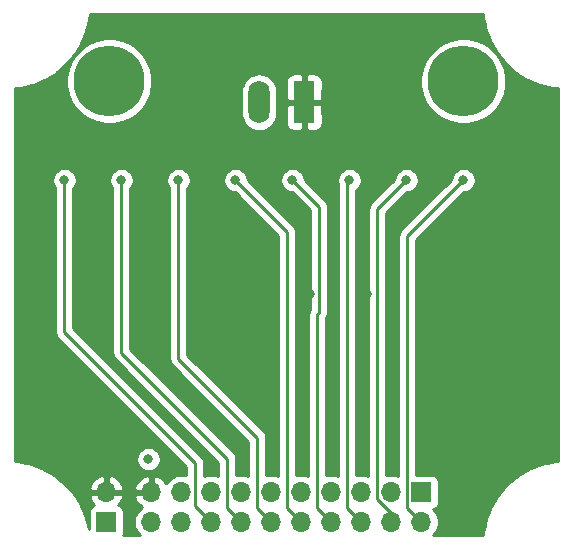
<source format=gbr>
%TF.GenerationSoftware,KiCad,Pcbnew,(5.1.6)-1*%
%TF.CreationDate,2020-12-06T15:26:43+11:00*%
%TF.ProjectId,mc13clkioout,6d633133-636c-46b6-996f-6f75742e6b69,rev?*%
%TF.SameCoordinates,Original*%
%TF.FileFunction,Copper,L2,Bot*%
%TF.FilePolarity,Positive*%
%FSLAX46Y46*%
G04 Gerber Fmt 4.6, Leading zero omitted, Abs format (unit mm)*
G04 Created by KiCad (PCBNEW (5.1.6)-1) date 2020-12-06 15:26:43*
%MOMM*%
%LPD*%
G01*
G04 APERTURE LIST*
%TA.AperFunction,ComponentPad*%
%ADD10R,1.700000X1.700000*%
%TD*%
%TA.AperFunction,ComponentPad*%
%ADD11O,1.700000X1.700000*%
%TD*%
%TA.AperFunction,ComponentPad*%
%ADD12C,6.000000*%
%TD*%
%TA.AperFunction,ComponentPad*%
%ADD13C,0.800000*%
%TD*%
%TA.AperFunction,ComponentPad*%
%ADD14R,1.800000X3.600000*%
%TD*%
%TA.AperFunction,ComponentPad*%
%ADD15O,1.800000X3.600000*%
%TD*%
%TA.AperFunction,ViaPad*%
%ADD16C,0.800000*%
%TD*%
%TA.AperFunction,Conductor*%
%ADD17C,0.250000*%
%TD*%
%TA.AperFunction,Conductor*%
%ADD18C,0.254000*%
%TD*%
G04 APERTURE END LIST*
D10*
%TO.P,J1,1*%
%TO.N,/Output1*%
X146304000Y-131064000D03*
D11*
%TO.P,J1,2*%
%TO.N,/Input1*%
X146304000Y-133604000D03*
%TO.P,J1,3*%
%TO.N,/Output2*%
X143764000Y-131064000D03*
%TO.P,J1,4*%
%TO.N,/Input2*%
X143764000Y-133604000D03*
%TO.P,J1,5*%
%TO.N,/Output3*%
X141224000Y-131064000D03*
%TO.P,J1,6*%
%TO.N,/Input3*%
X141224000Y-133604000D03*
%TO.P,J1,7*%
%TO.N,/Output4*%
X138684000Y-131064000D03*
%TO.P,J1,8*%
%TO.N,/Input4*%
X138684000Y-133604000D03*
%TO.P,J1,9*%
%TO.N,/Output5*%
X136144000Y-131064000D03*
%TO.P,J1,10*%
%TO.N,/Input5*%
X136144000Y-133604000D03*
%TO.P,J1,11*%
%TO.N,/Output6*%
X133604000Y-131064000D03*
%TO.P,J1,12*%
%TO.N,/Input6*%
X133604000Y-133604000D03*
%TO.P,J1,13*%
%TO.N,/Output7*%
X131064000Y-131064000D03*
%TO.P,J1,14*%
%TO.N,/Input7*%
X131064000Y-133604000D03*
%TO.P,J1,15*%
%TO.N,/Output8*%
X128524000Y-131064000D03*
%TO.P,J1,16*%
%TO.N,/Input8*%
X128524000Y-133604000D03*
%TO.P,J1,17*%
%TO.N,GND*%
X125984000Y-131064000D03*
%TO.P,J1,18*%
X125984000Y-133604000D03*
%TO.P,J1,19*%
%TO.N,VCC*%
X123444000Y-131064000D03*
%TO.P,J1,20*%
%TO.N,VBUS*%
X123444000Y-133604000D03*
%TD*%
D12*
%TO.P,H2,1*%
%TO.N,GND*%
X149860000Y-96266000D03*
D13*
X152110000Y-96266000D03*
X151450990Y-97856990D03*
X149860000Y-98516000D03*
X148269010Y-97856990D03*
X147610000Y-96266000D03*
X148269010Y-94675010D03*
X149860000Y-94016000D03*
X151450990Y-94675010D03*
%TD*%
D12*
%TO.P,H1,1*%
%TO.N,GND*%
X119888000Y-96266000D03*
D13*
X122138000Y-96266000D03*
X121478990Y-97856990D03*
X119888000Y-98516000D03*
X118297010Y-97856990D03*
X117638000Y-96266000D03*
X118297010Y-94675010D03*
X119888000Y-94016000D03*
X121478990Y-94675010D03*
%TD*%
D10*
%TO.P,J3,1*%
%TO.N,VBUS*%
X119634000Y-133604000D03*
D11*
%TO.P,J3,2*%
%TO.N,VCC*%
X119634000Y-131064000D03*
%TD*%
D14*
%TO.P,J2,1*%
%TO.N,VCC*%
X136398000Y-98044000D03*
D15*
%TO.P,J2,2*%
%TO.N,GND*%
X132588000Y-98044000D03*
%TD*%
D16*
%TO.N,VCC*%
X122428000Y-114300000D03*
X151384000Y-114300000D03*
X146558000Y-114300000D03*
X141732000Y-114300000D03*
X136906000Y-114300000D03*
X132080000Y-114300000D03*
X127254000Y-114300000D03*
X117602000Y-114300000D03*
X140970000Y-98044000D03*
%TO.N,GND*%
X123190000Y-128270000D03*
%TO.N,/Input8*%
X116078000Y-104648000D03*
%TO.N,/Input7*%
X120904000Y-104648000D03*
%TO.N,/Input6*%
X125730000Y-104648000D03*
%TO.N,/Input5*%
X130556000Y-104648000D03*
%TO.N,/Input4*%
X135382000Y-104648000D03*
%TO.N,/Input3*%
X140208000Y-104648000D03*
%TO.N,/Input2*%
X145034000Y-104648000D03*
%TO.N,/Input1*%
X149860000Y-104648000D03*
%TD*%
D17*
%TO.N,/Input8*%
X127159001Y-128596409D02*
X116078000Y-117515408D01*
X116078000Y-117515408D02*
X116078000Y-104648000D01*
X127159001Y-132239001D02*
X127159001Y-128596409D01*
X128524000Y-133604000D02*
X127159001Y-132239001D01*
%TO.N,/Input7*%
X129888999Y-128239409D02*
X120904000Y-119254410D01*
X129888999Y-132428999D02*
X129888999Y-128239409D01*
X120904000Y-119254410D02*
X120904000Y-104648000D01*
X131064000Y-133604000D02*
X129888999Y-132428999D01*
%TO.N,/Input6*%
X125730000Y-119762410D02*
X125730000Y-104648000D01*
X132428999Y-132428999D02*
X132428999Y-126461409D01*
X132428999Y-126461409D02*
X125730000Y-119762410D01*
X133604000Y-133604000D02*
X132428999Y-132428999D01*
%TO.N,/Input5*%
X134931990Y-109023990D02*
X130556000Y-104648000D01*
X134931990Y-132391990D02*
X134931990Y-109023990D01*
X136144000Y-133604000D02*
X134931990Y-132391990D01*
%TO.N,/Input4*%
X137508999Y-132428999D02*
X137508999Y-115983001D01*
X138684000Y-133604000D02*
X137508999Y-132428999D01*
X137631001Y-115860999D02*
X137631001Y-106897001D01*
X137631001Y-106897001D02*
X135382000Y-104648000D01*
X137508999Y-115983001D02*
X137631001Y-115860999D01*
%TO.N,/Input3*%
X140048999Y-104807001D02*
X140208000Y-104648000D01*
X140048999Y-132428999D02*
X140048999Y-104807001D01*
X141224000Y-133604000D02*
X140048999Y-132428999D01*
%TO.N,/Input2*%
X142588999Y-107093001D02*
X145034000Y-104648000D01*
X142588999Y-131628001D02*
X142588999Y-107093001D01*
X143764000Y-132803002D02*
X142588999Y-131628001D01*
X143764000Y-133604000D02*
X143764000Y-132803002D01*
%TO.N,/Input1*%
X145128999Y-109379001D02*
X149860000Y-104648000D01*
X145128999Y-132428999D02*
X145128999Y-109379001D01*
X146304000Y-133604000D02*
X145128999Y-132428999D01*
%TD*%
D18*
%TO.N,VCC*%
G36*
X151566214Y-90961142D02*
G01*
X151582415Y-91063433D01*
X151815027Y-92032329D01*
X151815027Y-92032332D01*
X151847031Y-92130829D01*
X152228349Y-93051410D01*
X152228349Y-93051411D01*
X152275366Y-93143689D01*
X152795999Y-93993284D01*
X152796000Y-93993285D01*
X152856874Y-94077072D01*
X153504004Y-94834764D01*
X153577236Y-94907996D01*
X154334927Y-95555125D01*
X154334928Y-95555126D01*
X154418715Y-95616001D01*
X155268311Y-96136634D01*
X155360590Y-96183652D01*
X155360597Y-96183654D01*
X156281171Y-96564969D01*
X156379668Y-96596973D01*
X157348567Y-96829585D01*
X157450858Y-96845786D01*
X157836001Y-96876097D01*
X157836000Y-128421903D01*
X157450858Y-128452214D01*
X157348567Y-128468415D01*
X156379668Y-128701027D01*
X156281171Y-128733031D01*
X155360597Y-129114346D01*
X155360590Y-129114348D01*
X155268311Y-129161366D01*
X154418715Y-129681999D01*
X154334928Y-129742874D01*
X153577236Y-130390004D01*
X153504004Y-130463236D01*
X152856874Y-131220928D01*
X152796000Y-131304715D01*
X152275366Y-132154311D01*
X152243183Y-132217475D01*
X152228349Y-132246589D01*
X151847031Y-133167171D01*
X151815027Y-133265669D01*
X151582415Y-134234567D01*
X151566214Y-134336858D01*
X151535903Y-134722000D01*
X147286107Y-134722000D01*
X147457475Y-134550632D01*
X147619990Y-134307411D01*
X147731932Y-134037158D01*
X147789000Y-133750260D01*
X147789000Y-133457740D01*
X147731932Y-133170842D01*
X147619990Y-132900589D01*
X147457475Y-132657368D01*
X147325620Y-132525513D01*
X147398180Y-132503502D01*
X147508494Y-132444537D01*
X147605185Y-132365185D01*
X147684537Y-132268494D01*
X147743502Y-132158180D01*
X147779812Y-132038482D01*
X147792072Y-131914000D01*
X147792072Y-130214000D01*
X147779812Y-130089518D01*
X147743502Y-129969820D01*
X147684537Y-129859506D01*
X147605185Y-129762815D01*
X147508494Y-129683463D01*
X147398180Y-129624498D01*
X147278482Y-129588188D01*
X147154000Y-129575928D01*
X145888999Y-129575928D01*
X145888999Y-109693802D01*
X149899802Y-105683000D01*
X149961939Y-105683000D01*
X150161898Y-105643226D01*
X150350256Y-105565205D01*
X150519774Y-105451937D01*
X150663937Y-105307774D01*
X150777205Y-105138256D01*
X150855226Y-104949898D01*
X150895000Y-104749939D01*
X150895000Y-104546061D01*
X150855226Y-104346102D01*
X150777205Y-104157744D01*
X150663937Y-103988226D01*
X150519774Y-103844063D01*
X150350256Y-103730795D01*
X150161898Y-103652774D01*
X149961939Y-103613000D01*
X149758061Y-103613000D01*
X149558102Y-103652774D01*
X149369744Y-103730795D01*
X149200226Y-103844063D01*
X149056063Y-103988226D01*
X148942795Y-104157744D01*
X148864774Y-104346102D01*
X148825000Y-104546061D01*
X148825000Y-104608198D01*
X144617997Y-108815202D01*
X144588999Y-108839000D01*
X144565201Y-108867998D01*
X144565200Y-108867999D01*
X144494025Y-108954725D01*
X144423453Y-109086755D01*
X144379997Y-109230016D01*
X144365323Y-109379001D01*
X144369000Y-109416334D01*
X144368999Y-129707247D01*
X144197158Y-129636068D01*
X143910260Y-129579000D01*
X143617740Y-129579000D01*
X143348999Y-129632456D01*
X143348999Y-107407802D01*
X145073802Y-105683000D01*
X145135939Y-105683000D01*
X145335898Y-105643226D01*
X145524256Y-105565205D01*
X145693774Y-105451937D01*
X145837937Y-105307774D01*
X145951205Y-105138256D01*
X146029226Y-104949898D01*
X146069000Y-104749939D01*
X146069000Y-104546061D01*
X146029226Y-104346102D01*
X145951205Y-104157744D01*
X145837937Y-103988226D01*
X145693774Y-103844063D01*
X145524256Y-103730795D01*
X145335898Y-103652774D01*
X145135939Y-103613000D01*
X144932061Y-103613000D01*
X144732102Y-103652774D01*
X144543744Y-103730795D01*
X144374226Y-103844063D01*
X144230063Y-103988226D01*
X144116795Y-104157744D01*
X144038774Y-104346102D01*
X143999000Y-104546061D01*
X143999000Y-104608198D01*
X142077997Y-106529202D01*
X142048999Y-106553000D01*
X142025201Y-106581998D01*
X142025200Y-106581999D01*
X141954025Y-106668725D01*
X141883453Y-106800755D01*
X141839997Y-106944016D01*
X141825323Y-107093001D01*
X141829000Y-107130334D01*
X141828999Y-129707247D01*
X141657158Y-129636068D01*
X141370260Y-129579000D01*
X141077740Y-129579000D01*
X140808999Y-129632456D01*
X140808999Y-105491209D01*
X140867774Y-105451937D01*
X141011937Y-105307774D01*
X141125205Y-105138256D01*
X141203226Y-104949898D01*
X141243000Y-104749939D01*
X141243000Y-104546061D01*
X141203226Y-104346102D01*
X141125205Y-104157744D01*
X141011937Y-103988226D01*
X140867774Y-103844063D01*
X140698256Y-103730795D01*
X140509898Y-103652774D01*
X140309939Y-103613000D01*
X140106061Y-103613000D01*
X139906102Y-103652774D01*
X139717744Y-103730795D01*
X139548226Y-103844063D01*
X139404063Y-103988226D01*
X139290795Y-104157744D01*
X139212774Y-104346102D01*
X139173000Y-104546061D01*
X139173000Y-104749939D01*
X139212774Y-104949898D01*
X139289000Y-105133922D01*
X139288999Y-129707247D01*
X139117158Y-129636068D01*
X138830260Y-129579000D01*
X138537740Y-129579000D01*
X138268999Y-129632456D01*
X138268999Y-116279618D01*
X138336547Y-116153246D01*
X138380004Y-116009985D01*
X138391001Y-115898332D01*
X138391001Y-115898321D01*
X138394677Y-115860999D01*
X138391001Y-115823676D01*
X138391001Y-106934326D01*
X138394677Y-106897001D01*
X138391001Y-106859676D01*
X138391001Y-106859668D01*
X138380004Y-106748015D01*
X138336547Y-106604754D01*
X138265975Y-106472725D01*
X138171002Y-106357000D01*
X138142004Y-106333202D01*
X136417000Y-104608199D01*
X136417000Y-104546061D01*
X136377226Y-104346102D01*
X136299205Y-104157744D01*
X136185937Y-103988226D01*
X136041774Y-103844063D01*
X135872256Y-103730795D01*
X135683898Y-103652774D01*
X135483939Y-103613000D01*
X135280061Y-103613000D01*
X135080102Y-103652774D01*
X134891744Y-103730795D01*
X134722226Y-103844063D01*
X134578063Y-103988226D01*
X134464795Y-104157744D01*
X134386774Y-104346102D01*
X134347000Y-104546061D01*
X134347000Y-104749939D01*
X134386774Y-104949898D01*
X134464795Y-105138256D01*
X134578063Y-105307774D01*
X134722226Y-105451937D01*
X134891744Y-105565205D01*
X135080102Y-105643226D01*
X135280061Y-105683000D01*
X135342199Y-105683000D01*
X136871002Y-107211804D01*
X136871001Y-115564382D01*
X136803453Y-115690755D01*
X136759997Y-115834016D01*
X136745323Y-115983001D01*
X136749000Y-116020334D01*
X136748999Y-129707247D01*
X136577158Y-129636068D01*
X136290260Y-129579000D01*
X135997740Y-129579000D01*
X135710842Y-129636068D01*
X135691990Y-129643877D01*
X135691990Y-109061312D01*
X135695666Y-109023989D01*
X135691990Y-108986666D01*
X135691990Y-108986657D01*
X135680993Y-108875004D01*
X135637536Y-108731743D01*
X135566964Y-108599714D01*
X135553801Y-108583675D01*
X135495789Y-108512986D01*
X135495785Y-108512982D01*
X135471991Y-108483989D01*
X135442998Y-108460195D01*
X131591000Y-104608199D01*
X131591000Y-104546061D01*
X131551226Y-104346102D01*
X131473205Y-104157744D01*
X131359937Y-103988226D01*
X131215774Y-103844063D01*
X131046256Y-103730795D01*
X130857898Y-103652774D01*
X130657939Y-103613000D01*
X130454061Y-103613000D01*
X130254102Y-103652774D01*
X130065744Y-103730795D01*
X129896226Y-103844063D01*
X129752063Y-103988226D01*
X129638795Y-104157744D01*
X129560774Y-104346102D01*
X129521000Y-104546061D01*
X129521000Y-104749939D01*
X129560774Y-104949898D01*
X129638795Y-105138256D01*
X129752063Y-105307774D01*
X129896226Y-105451937D01*
X130065744Y-105565205D01*
X130254102Y-105643226D01*
X130454061Y-105683000D01*
X130516199Y-105683000D01*
X134171991Y-109338794D01*
X134171990Y-129691917D01*
X134037158Y-129636068D01*
X133750260Y-129579000D01*
X133457740Y-129579000D01*
X133188999Y-129632456D01*
X133188999Y-126498731D01*
X133192675Y-126461408D01*
X133188999Y-126424085D01*
X133188999Y-126424076D01*
X133178002Y-126312423D01*
X133134545Y-126169162D01*
X133063973Y-126037133D01*
X132969000Y-125921408D01*
X132940002Y-125897610D01*
X126490000Y-119447609D01*
X126490000Y-105351711D01*
X126533937Y-105307774D01*
X126647205Y-105138256D01*
X126725226Y-104949898D01*
X126765000Y-104749939D01*
X126765000Y-104546061D01*
X126725226Y-104346102D01*
X126647205Y-104157744D01*
X126533937Y-103988226D01*
X126389774Y-103844063D01*
X126220256Y-103730795D01*
X126031898Y-103652774D01*
X125831939Y-103613000D01*
X125628061Y-103613000D01*
X125428102Y-103652774D01*
X125239744Y-103730795D01*
X125070226Y-103844063D01*
X124926063Y-103988226D01*
X124812795Y-104157744D01*
X124734774Y-104346102D01*
X124695000Y-104546061D01*
X124695000Y-104749939D01*
X124734774Y-104949898D01*
X124812795Y-105138256D01*
X124926063Y-105307774D01*
X124970001Y-105351712D01*
X124970000Y-119725088D01*
X124966324Y-119762410D01*
X124970000Y-119799732D01*
X124970000Y-119799742D01*
X124980997Y-119911395D01*
X124995728Y-119959956D01*
X125024454Y-120054656D01*
X125095026Y-120186686D01*
X125134871Y-120235236D01*
X125189999Y-120302411D01*
X125219003Y-120326214D01*
X131669000Y-126776212D01*
X131668999Y-129707247D01*
X131497158Y-129636068D01*
X131210260Y-129579000D01*
X130917740Y-129579000D01*
X130648999Y-129632456D01*
X130648999Y-128276731D01*
X130652675Y-128239408D01*
X130648999Y-128202085D01*
X130648999Y-128202076D01*
X130638002Y-128090423D01*
X130594545Y-127947162D01*
X130523973Y-127815133D01*
X130494930Y-127779744D01*
X130452798Y-127728405D01*
X130452794Y-127728401D01*
X130429000Y-127699408D01*
X130400007Y-127675614D01*
X121664000Y-118939609D01*
X121664000Y-105351711D01*
X121707937Y-105307774D01*
X121821205Y-105138256D01*
X121899226Y-104949898D01*
X121939000Y-104749939D01*
X121939000Y-104546061D01*
X121899226Y-104346102D01*
X121821205Y-104157744D01*
X121707937Y-103988226D01*
X121563774Y-103844063D01*
X121394256Y-103730795D01*
X121205898Y-103652774D01*
X121005939Y-103613000D01*
X120802061Y-103613000D01*
X120602102Y-103652774D01*
X120413744Y-103730795D01*
X120244226Y-103844063D01*
X120100063Y-103988226D01*
X119986795Y-104157744D01*
X119908774Y-104346102D01*
X119869000Y-104546061D01*
X119869000Y-104749939D01*
X119908774Y-104949898D01*
X119986795Y-105138256D01*
X120100063Y-105307774D01*
X120144001Y-105351712D01*
X120144000Y-119217088D01*
X120140324Y-119254410D01*
X120144000Y-119291732D01*
X120144000Y-119291742D01*
X120154997Y-119403395D01*
X120175251Y-119470164D01*
X120198454Y-119546656D01*
X120269026Y-119678686D01*
X120308871Y-119727236D01*
X120363999Y-119794411D01*
X120393003Y-119818214D01*
X129129000Y-128554213D01*
X129129000Y-129707247D01*
X128957158Y-129636068D01*
X128670260Y-129579000D01*
X128377740Y-129579000D01*
X128090842Y-129636068D01*
X127919001Y-129707247D01*
X127919001Y-128633732D01*
X127922677Y-128596409D01*
X127919001Y-128559086D01*
X127919001Y-128559076D01*
X127908004Y-128447423D01*
X127864547Y-128304162D01*
X127829935Y-128239408D01*
X127793975Y-128172132D01*
X127722800Y-128085406D01*
X127699002Y-128056408D01*
X127670004Y-128032610D01*
X116838000Y-117200607D01*
X116838000Y-105351711D01*
X116881937Y-105307774D01*
X116995205Y-105138256D01*
X117073226Y-104949898D01*
X117113000Y-104749939D01*
X117113000Y-104546061D01*
X117073226Y-104346102D01*
X116995205Y-104157744D01*
X116881937Y-103988226D01*
X116737774Y-103844063D01*
X116568256Y-103730795D01*
X116379898Y-103652774D01*
X116179939Y-103613000D01*
X115976061Y-103613000D01*
X115776102Y-103652774D01*
X115587744Y-103730795D01*
X115418226Y-103844063D01*
X115274063Y-103988226D01*
X115160795Y-104157744D01*
X115082774Y-104346102D01*
X115043000Y-104546061D01*
X115043000Y-104749939D01*
X115082774Y-104949898D01*
X115160795Y-105138256D01*
X115274063Y-105307774D01*
X115318001Y-105351712D01*
X115318000Y-117478086D01*
X115314324Y-117515408D01*
X115318000Y-117552730D01*
X115318000Y-117552740D01*
X115328997Y-117664393D01*
X115372454Y-117807654D01*
X115443026Y-117939684D01*
X115482871Y-117988234D01*
X115537999Y-118055409D01*
X115567003Y-118079212D01*
X126399002Y-128911212D01*
X126399002Y-129632456D01*
X126130260Y-129579000D01*
X125837740Y-129579000D01*
X125550842Y-129636068D01*
X125280589Y-129748010D01*
X125037368Y-129910525D01*
X124830525Y-130117368D01*
X124708805Y-130299534D01*
X124639178Y-130182645D01*
X124444269Y-129966412D01*
X124210920Y-129792359D01*
X123948099Y-129667175D01*
X123800890Y-129622524D01*
X123571000Y-129743845D01*
X123571000Y-130937000D01*
X123591000Y-130937000D01*
X123591000Y-131191000D01*
X123571000Y-131191000D01*
X123571000Y-131211000D01*
X123317000Y-131211000D01*
X123317000Y-131191000D01*
X122123186Y-131191000D01*
X122002519Y-131420891D01*
X122099843Y-131695252D01*
X122248822Y-131945355D01*
X122443731Y-132161588D01*
X122673406Y-132332900D01*
X122497368Y-132450525D01*
X122290525Y-132657368D01*
X122128010Y-132900589D01*
X122016068Y-133170842D01*
X121959000Y-133457740D01*
X121959000Y-133750260D01*
X122016068Y-134037158D01*
X122128010Y-134307411D01*
X122290525Y-134550632D01*
X122461893Y-134722000D01*
X121060770Y-134722000D01*
X121073502Y-134698180D01*
X121109812Y-134578482D01*
X121122072Y-134454000D01*
X121122072Y-132754000D01*
X121109812Y-132629518D01*
X121073502Y-132509820D01*
X121014537Y-132399506D01*
X120935185Y-132302815D01*
X120838494Y-132223463D01*
X120728180Y-132164498D01*
X120647534Y-132140034D01*
X120731588Y-132064269D01*
X120905641Y-131830920D01*
X121030825Y-131568099D01*
X121075476Y-131420890D01*
X120954155Y-131191000D01*
X119761000Y-131191000D01*
X119761000Y-131211000D01*
X119507000Y-131211000D01*
X119507000Y-131191000D01*
X118313845Y-131191000D01*
X118192524Y-131420890D01*
X118237175Y-131568099D01*
X118362359Y-131830920D01*
X118536412Y-132064269D01*
X118620466Y-132140034D01*
X118539820Y-132164498D01*
X118429506Y-132223463D01*
X118332815Y-132302815D01*
X118253463Y-132399506D01*
X118194498Y-132509820D01*
X118158188Y-132629518D01*
X118145928Y-132754000D01*
X118145928Y-134152690D01*
X117932973Y-133265668D01*
X117900969Y-133167171D01*
X117519654Y-132246597D01*
X117519652Y-132246590D01*
X117472634Y-132154311D01*
X116952001Y-131304715D01*
X116891126Y-131220928D01*
X116452285Y-130707110D01*
X118192524Y-130707110D01*
X118313845Y-130937000D01*
X119507000Y-130937000D01*
X119507000Y-129743186D01*
X119761000Y-129743186D01*
X119761000Y-130937000D01*
X120954155Y-130937000D01*
X121075476Y-130707110D01*
X121075476Y-130707109D01*
X122002519Y-130707109D01*
X122123186Y-130937000D01*
X123317000Y-130937000D01*
X123317000Y-129743845D01*
X123087110Y-129622524D01*
X122939901Y-129667175D01*
X122677080Y-129792359D01*
X122443731Y-129966412D01*
X122248822Y-130182645D01*
X122099843Y-130432748D01*
X122002519Y-130707109D01*
X121075476Y-130707109D01*
X121030825Y-130559901D01*
X120905641Y-130297080D01*
X120731588Y-130063731D01*
X120515355Y-129868822D01*
X120265252Y-129719843D01*
X119990891Y-129622519D01*
X119761000Y-129743186D01*
X119507000Y-129743186D01*
X119277109Y-129622519D01*
X119002748Y-129719843D01*
X118752645Y-129868822D01*
X118536412Y-130063731D01*
X118362359Y-130297080D01*
X118237175Y-130559901D01*
X118192524Y-130707110D01*
X116452285Y-130707110D01*
X116243996Y-130463236D01*
X116170764Y-130390004D01*
X115413072Y-129742874D01*
X115329285Y-129682000D01*
X115329283Y-129681999D01*
X114479689Y-129161366D01*
X114387411Y-129114349D01*
X113466829Y-128733031D01*
X113368332Y-128701027D01*
X113368329Y-128701027D01*
X112399433Y-128468415D01*
X112297142Y-128452214D01*
X111912000Y-128421903D01*
X111912000Y-128168061D01*
X122155000Y-128168061D01*
X122155000Y-128371939D01*
X122194774Y-128571898D01*
X122272795Y-128760256D01*
X122386063Y-128929774D01*
X122530226Y-129073937D01*
X122699744Y-129187205D01*
X122888102Y-129265226D01*
X123088061Y-129305000D01*
X123291939Y-129305000D01*
X123491898Y-129265226D01*
X123680256Y-129187205D01*
X123849774Y-129073937D01*
X123993937Y-128929774D01*
X124107205Y-128760256D01*
X124185226Y-128571898D01*
X124225000Y-128371939D01*
X124225000Y-128168061D01*
X124185226Y-127968102D01*
X124107205Y-127779744D01*
X123993937Y-127610226D01*
X123849774Y-127466063D01*
X123680256Y-127352795D01*
X123491898Y-127274774D01*
X123291939Y-127235000D01*
X123088061Y-127235000D01*
X122888102Y-127274774D01*
X122699744Y-127352795D01*
X122530226Y-127466063D01*
X122386063Y-127610226D01*
X122272795Y-127779744D01*
X122194774Y-127968102D01*
X122155000Y-128168061D01*
X111912000Y-128168061D01*
X111912000Y-96876097D01*
X112297142Y-96845786D01*
X112399433Y-96829585D01*
X113368329Y-96596973D01*
X113368332Y-96596973D01*
X113466829Y-96564969D01*
X114387411Y-96183651D01*
X114425859Y-96164061D01*
X114479689Y-96136634D01*
X114852811Y-95907984D01*
X116253000Y-95907984D01*
X116253000Y-96624016D01*
X116392691Y-97326290D01*
X116666705Y-97987818D01*
X117064511Y-98583177D01*
X117570823Y-99089489D01*
X118166182Y-99487295D01*
X118827710Y-99761309D01*
X119529984Y-99901000D01*
X120246016Y-99901000D01*
X120948290Y-99761309D01*
X121609818Y-99487295D01*
X122205177Y-99089489D01*
X122711489Y-98583177D01*
X123109295Y-97987818D01*
X123383309Y-97326290D01*
X123434568Y-97068592D01*
X131053000Y-97068592D01*
X131053000Y-99019407D01*
X131075210Y-99244912D01*
X131162983Y-99534260D01*
X131305519Y-99800926D01*
X131497339Y-100034661D01*
X131731073Y-100226481D01*
X131997739Y-100369017D01*
X132287087Y-100456790D01*
X132588000Y-100486427D01*
X132888912Y-100456790D01*
X133178260Y-100369017D01*
X133444926Y-100226481D01*
X133678661Y-100034661D01*
X133835132Y-99844000D01*
X134859928Y-99844000D01*
X134872188Y-99968482D01*
X134908498Y-100088180D01*
X134967463Y-100198494D01*
X135046815Y-100295185D01*
X135143506Y-100374537D01*
X135253820Y-100433502D01*
X135373518Y-100469812D01*
X135498000Y-100482072D01*
X136112250Y-100479000D01*
X136271000Y-100320250D01*
X136271000Y-98171000D01*
X136525000Y-98171000D01*
X136525000Y-100320250D01*
X136683750Y-100479000D01*
X137298000Y-100482072D01*
X137422482Y-100469812D01*
X137542180Y-100433502D01*
X137652494Y-100374537D01*
X137749185Y-100295185D01*
X137828537Y-100198494D01*
X137887502Y-100088180D01*
X137923812Y-99968482D01*
X137936072Y-99844000D01*
X137933000Y-98329750D01*
X137774250Y-98171000D01*
X136525000Y-98171000D01*
X136271000Y-98171000D01*
X135021750Y-98171000D01*
X134863000Y-98329750D01*
X134859928Y-99844000D01*
X133835132Y-99844000D01*
X133870481Y-99800927D01*
X134013017Y-99534261D01*
X134100790Y-99244913D01*
X134123000Y-99019408D01*
X134123000Y-97068592D01*
X134100790Y-96843087D01*
X134013017Y-96553739D01*
X133870481Y-96287073D01*
X133835133Y-96244000D01*
X134859928Y-96244000D01*
X134863000Y-97758250D01*
X135021750Y-97917000D01*
X136271000Y-97917000D01*
X136271000Y-95767750D01*
X136525000Y-95767750D01*
X136525000Y-97917000D01*
X137774250Y-97917000D01*
X137933000Y-97758250D01*
X137936072Y-96244000D01*
X137923812Y-96119518D01*
X137887502Y-95999820D01*
X137838414Y-95907984D01*
X146225000Y-95907984D01*
X146225000Y-96624016D01*
X146364691Y-97326290D01*
X146638705Y-97987818D01*
X147036511Y-98583177D01*
X147542823Y-99089489D01*
X148138182Y-99487295D01*
X148799710Y-99761309D01*
X149501984Y-99901000D01*
X150218016Y-99901000D01*
X150920290Y-99761309D01*
X151581818Y-99487295D01*
X152177177Y-99089489D01*
X152683489Y-98583177D01*
X153081295Y-97987818D01*
X153355309Y-97326290D01*
X153495000Y-96624016D01*
X153495000Y-95907984D01*
X153355309Y-95205710D01*
X153081295Y-94544182D01*
X152683489Y-93948823D01*
X152177177Y-93442511D01*
X151581818Y-93044705D01*
X150920290Y-92770691D01*
X150218016Y-92631000D01*
X149501984Y-92631000D01*
X148799710Y-92770691D01*
X148138182Y-93044705D01*
X147542823Y-93442511D01*
X147036511Y-93948823D01*
X146638705Y-94544182D01*
X146364691Y-95205710D01*
X146225000Y-95907984D01*
X137838414Y-95907984D01*
X137828537Y-95889506D01*
X137749185Y-95792815D01*
X137652494Y-95713463D01*
X137542180Y-95654498D01*
X137422482Y-95618188D01*
X137298000Y-95605928D01*
X136683750Y-95609000D01*
X136525000Y-95767750D01*
X136271000Y-95767750D01*
X136112250Y-95609000D01*
X135498000Y-95605928D01*
X135373518Y-95618188D01*
X135253820Y-95654498D01*
X135143506Y-95713463D01*
X135046815Y-95792815D01*
X134967463Y-95889506D01*
X134908498Y-95999820D01*
X134872188Y-96119518D01*
X134859928Y-96244000D01*
X133835133Y-96244000D01*
X133678661Y-96053339D01*
X133444927Y-95861519D01*
X133178261Y-95718983D01*
X132888913Y-95631210D01*
X132588000Y-95601573D01*
X132287088Y-95631210D01*
X131997740Y-95718983D01*
X131731074Y-95861519D01*
X131497340Y-96053339D01*
X131305520Y-96287073D01*
X131162984Y-96553739D01*
X131075211Y-96843087D01*
X131053000Y-97068592D01*
X123434568Y-97068592D01*
X123523000Y-96624016D01*
X123523000Y-95907984D01*
X123383309Y-95205710D01*
X123109295Y-94544182D01*
X122711489Y-93948823D01*
X122205177Y-93442511D01*
X121609818Y-93044705D01*
X120948290Y-92770691D01*
X120246016Y-92631000D01*
X119529984Y-92631000D01*
X118827710Y-92770691D01*
X118166182Y-93044705D01*
X117570823Y-93442511D01*
X117064511Y-93948823D01*
X116666705Y-94544182D01*
X116392691Y-95205710D01*
X116253000Y-95907984D01*
X114852811Y-95907984D01*
X115329285Y-95616000D01*
X115349142Y-95601573D01*
X115413072Y-95555126D01*
X116170764Y-94907996D01*
X116243996Y-94834764D01*
X116891126Y-94077072D01*
X116952001Y-93993285D01*
X117472634Y-93143689D01*
X117519652Y-93051410D01*
X117519654Y-93051403D01*
X117900969Y-92130829D01*
X117932973Y-92032332D01*
X117932973Y-92032331D01*
X118165585Y-91063433D01*
X118181786Y-90961142D01*
X118212097Y-90576000D01*
X151535903Y-90576000D01*
X151566214Y-90961142D01*
G37*
X151566214Y-90961142D02*
X151582415Y-91063433D01*
X151815027Y-92032329D01*
X151815027Y-92032332D01*
X151847031Y-92130829D01*
X152228349Y-93051410D01*
X152228349Y-93051411D01*
X152275366Y-93143689D01*
X152795999Y-93993284D01*
X152796000Y-93993285D01*
X152856874Y-94077072D01*
X153504004Y-94834764D01*
X153577236Y-94907996D01*
X154334927Y-95555125D01*
X154334928Y-95555126D01*
X154418715Y-95616001D01*
X155268311Y-96136634D01*
X155360590Y-96183652D01*
X155360597Y-96183654D01*
X156281171Y-96564969D01*
X156379668Y-96596973D01*
X157348567Y-96829585D01*
X157450858Y-96845786D01*
X157836001Y-96876097D01*
X157836000Y-128421903D01*
X157450858Y-128452214D01*
X157348567Y-128468415D01*
X156379668Y-128701027D01*
X156281171Y-128733031D01*
X155360597Y-129114346D01*
X155360590Y-129114348D01*
X155268311Y-129161366D01*
X154418715Y-129681999D01*
X154334928Y-129742874D01*
X153577236Y-130390004D01*
X153504004Y-130463236D01*
X152856874Y-131220928D01*
X152796000Y-131304715D01*
X152275366Y-132154311D01*
X152243183Y-132217475D01*
X152228349Y-132246589D01*
X151847031Y-133167171D01*
X151815027Y-133265669D01*
X151582415Y-134234567D01*
X151566214Y-134336858D01*
X151535903Y-134722000D01*
X147286107Y-134722000D01*
X147457475Y-134550632D01*
X147619990Y-134307411D01*
X147731932Y-134037158D01*
X147789000Y-133750260D01*
X147789000Y-133457740D01*
X147731932Y-133170842D01*
X147619990Y-132900589D01*
X147457475Y-132657368D01*
X147325620Y-132525513D01*
X147398180Y-132503502D01*
X147508494Y-132444537D01*
X147605185Y-132365185D01*
X147684537Y-132268494D01*
X147743502Y-132158180D01*
X147779812Y-132038482D01*
X147792072Y-131914000D01*
X147792072Y-130214000D01*
X147779812Y-130089518D01*
X147743502Y-129969820D01*
X147684537Y-129859506D01*
X147605185Y-129762815D01*
X147508494Y-129683463D01*
X147398180Y-129624498D01*
X147278482Y-129588188D01*
X147154000Y-129575928D01*
X145888999Y-129575928D01*
X145888999Y-109693802D01*
X149899802Y-105683000D01*
X149961939Y-105683000D01*
X150161898Y-105643226D01*
X150350256Y-105565205D01*
X150519774Y-105451937D01*
X150663937Y-105307774D01*
X150777205Y-105138256D01*
X150855226Y-104949898D01*
X150895000Y-104749939D01*
X150895000Y-104546061D01*
X150855226Y-104346102D01*
X150777205Y-104157744D01*
X150663937Y-103988226D01*
X150519774Y-103844063D01*
X150350256Y-103730795D01*
X150161898Y-103652774D01*
X149961939Y-103613000D01*
X149758061Y-103613000D01*
X149558102Y-103652774D01*
X149369744Y-103730795D01*
X149200226Y-103844063D01*
X149056063Y-103988226D01*
X148942795Y-104157744D01*
X148864774Y-104346102D01*
X148825000Y-104546061D01*
X148825000Y-104608198D01*
X144617997Y-108815202D01*
X144588999Y-108839000D01*
X144565201Y-108867998D01*
X144565200Y-108867999D01*
X144494025Y-108954725D01*
X144423453Y-109086755D01*
X144379997Y-109230016D01*
X144365323Y-109379001D01*
X144369000Y-109416334D01*
X144368999Y-129707247D01*
X144197158Y-129636068D01*
X143910260Y-129579000D01*
X143617740Y-129579000D01*
X143348999Y-129632456D01*
X143348999Y-107407802D01*
X145073802Y-105683000D01*
X145135939Y-105683000D01*
X145335898Y-105643226D01*
X145524256Y-105565205D01*
X145693774Y-105451937D01*
X145837937Y-105307774D01*
X145951205Y-105138256D01*
X146029226Y-104949898D01*
X146069000Y-104749939D01*
X146069000Y-104546061D01*
X146029226Y-104346102D01*
X145951205Y-104157744D01*
X145837937Y-103988226D01*
X145693774Y-103844063D01*
X145524256Y-103730795D01*
X145335898Y-103652774D01*
X145135939Y-103613000D01*
X144932061Y-103613000D01*
X144732102Y-103652774D01*
X144543744Y-103730795D01*
X144374226Y-103844063D01*
X144230063Y-103988226D01*
X144116795Y-104157744D01*
X144038774Y-104346102D01*
X143999000Y-104546061D01*
X143999000Y-104608198D01*
X142077997Y-106529202D01*
X142048999Y-106553000D01*
X142025201Y-106581998D01*
X142025200Y-106581999D01*
X141954025Y-106668725D01*
X141883453Y-106800755D01*
X141839997Y-106944016D01*
X141825323Y-107093001D01*
X141829000Y-107130334D01*
X141828999Y-129707247D01*
X141657158Y-129636068D01*
X141370260Y-129579000D01*
X141077740Y-129579000D01*
X140808999Y-129632456D01*
X140808999Y-105491209D01*
X140867774Y-105451937D01*
X141011937Y-105307774D01*
X141125205Y-105138256D01*
X141203226Y-104949898D01*
X141243000Y-104749939D01*
X141243000Y-104546061D01*
X141203226Y-104346102D01*
X141125205Y-104157744D01*
X141011937Y-103988226D01*
X140867774Y-103844063D01*
X140698256Y-103730795D01*
X140509898Y-103652774D01*
X140309939Y-103613000D01*
X140106061Y-103613000D01*
X139906102Y-103652774D01*
X139717744Y-103730795D01*
X139548226Y-103844063D01*
X139404063Y-103988226D01*
X139290795Y-104157744D01*
X139212774Y-104346102D01*
X139173000Y-104546061D01*
X139173000Y-104749939D01*
X139212774Y-104949898D01*
X139289000Y-105133922D01*
X139288999Y-129707247D01*
X139117158Y-129636068D01*
X138830260Y-129579000D01*
X138537740Y-129579000D01*
X138268999Y-129632456D01*
X138268999Y-116279618D01*
X138336547Y-116153246D01*
X138380004Y-116009985D01*
X138391001Y-115898332D01*
X138391001Y-115898321D01*
X138394677Y-115860999D01*
X138391001Y-115823676D01*
X138391001Y-106934326D01*
X138394677Y-106897001D01*
X138391001Y-106859676D01*
X138391001Y-106859668D01*
X138380004Y-106748015D01*
X138336547Y-106604754D01*
X138265975Y-106472725D01*
X138171002Y-106357000D01*
X138142004Y-106333202D01*
X136417000Y-104608199D01*
X136417000Y-104546061D01*
X136377226Y-104346102D01*
X136299205Y-104157744D01*
X136185937Y-103988226D01*
X136041774Y-103844063D01*
X135872256Y-103730795D01*
X135683898Y-103652774D01*
X135483939Y-103613000D01*
X135280061Y-103613000D01*
X135080102Y-103652774D01*
X134891744Y-103730795D01*
X134722226Y-103844063D01*
X134578063Y-103988226D01*
X134464795Y-104157744D01*
X134386774Y-104346102D01*
X134347000Y-104546061D01*
X134347000Y-104749939D01*
X134386774Y-104949898D01*
X134464795Y-105138256D01*
X134578063Y-105307774D01*
X134722226Y-105451937D01*
X134891744Y-105565205D01*
X135080102Y-105643226D01*
X135280061Y-105683000D01*
X135342199Y-105683000D01*
X136871002Y-107211804D01*
X136871001Y-115564382D01*
X136803453Y-115690755D01*
X136759997Y-115834016D01*
X136745323Y-115983001D01*
X136749000Y-116020334D01*
X136748999Y-129707247D01*
X136577158Y-129636068D01*
X136290260Y-129579000D01*
X135997740Y-129579000D01*
X135710842Y-129636068D01*
X135691990Y-129643877D01*
X135691990Y-109061312D01*
X135695666Y-109023989D01*
X135691990Y-108986666D01*
X135691990Y-108986657D01*
X135680993Y-108875004D01*
X135637536Y-108731743D01*
X135566964Y-108599714D01*
X135553801Y-108583675D01*
X135495789Y-108512986D01*
X135495785Y-108512982D01*
X135471991Y-108483989D01*
X135442998Y-108460195D01*
X131591000Y-104608199D01*
X131591000Y-104546061D01*
X131551226Y-104346102D01*
X131473205Y-104157744D01*
X131359937Y-103988226D01*
X131215774Y-103844063D01*
X131046256Y-103730795D01*
X130857898Y-103652774D01*
X130657939Y-103613000D01*
X130454061Y-103613000D01*
X130254102Y-103652774D01*
X130065744Y-103730795D01*
X129896226Y-103844063D01*
X129752063Y-103988226D01*
X129638795Y-104157744D01*
X129560774Y-104346102D01*
X129521000Y-104546061D01*
X129521000Y-104749939D01*
X129560774Y-104949898D01*
X129638795Y-105138256D01*
X129752063Y-105307774D01*
X129896226Y-105451937D01*
X130065744Y-105565205D01*
X130254102Y-105643226D01*
X130454061Y-105683000D01*
X130516199Y-105683000D01*
X134171991Y-109338794D01*
X134171990Y-129691917D01*
X134037158Y-129636068D01*
X133750260Y-129579000D01*
X133457740Y-129579000D01*
X133188999Y-129632456D01*
X133188999Y-126498731D01*
X133192675Y-126461408D01*
X133188999Y-126424085D01*
X133188999Y-126424076D01*
X133178002Y-126312423D01*
X133134545Y-126169162D01*
X133063973Y-126037133D01*
X132969000Y-125921408D01*
X132940002Y-125897610D01*
X126490000Y-119447609D01*
X126490000Y-105351711D01*
X126533937Y-105307774D01*
X126647205Y-105138256D01*
X126725226Y-104949898D01*
X126765000Y-104749939D01*
X126765000Y-104546061D01*
X126725226Y-104346102D01*
X126647205Y-104157744D01*
X126533937Y-103988226D01*
X126389774Y-103844063D01*
X126220256Y-103730795D01*
X126031898Y-103652774D01*
X125831939Y-103613000D01*
X125628061Y-103613000D01*
X125428102Y-103652774D01*
X125239744Y-103730795D01*
X125070226Y-103844063D01*
X124926063Y-103988226D01*
X124812795Y-104157744D01*
X124734774Y-104346102D01*
X124695000Y-104546061D01*
X124695000Y-104749939D01*
X124734774Y-104949898D01*
X124812795Y-105138256D01*
X124926063Y-105307774D01*
X124970001Y-105351712D01*
X124970000Y-119725088D01*
X124966324Y-119762410D01*
X124970000Y-119799732D01*
X124970000Y-119799742D01*
X124980997Y-119911395D01*
X124995728Y-119959956D01*
X125024454Y-120054656D01*
X125095026Y-120186686D01*
X125134871Y-120235236D01*
X125189999Y-120302411D01*
X125219003Y-120326214D01*
X131669000Y-126776212D01*
X131668999Y-129707247D01*
X131497158Y-129636068D01*
X131210260Y-129579000D01*
X130917740Y-129579000D01*
X130648999Y-129632456D01*
X130648999Y-128276731D01*
X130652675Y-128239408D01*
X130648999Y-128202085D01*
X130648999Y-128202076D01*
X130638002Y-128090423D01*
X130594545Y-127947162D01*
X130523973Y-127815133D01*
X130494930Y-127779744D01*
X130452798Y-127728405D01*
X130452794Y-127728401D01*
X130429000Y-127699408D01*
X130400007Y-127675614D01*
X121664000Y-118939609D01*
X121664000Y-105351711D01*
X121707937Y-105307774D01*
X121821205Y-105138256D01*
X121899226Y-104949898D01*
X121939000Y-104749939D01*
X121939000Y-104546061D01*
X121899226Y-104346102D01*
X121821205Y-104157744D01*
X121707937Y-103988226D01*
X121563774Y-103844063D01*
X121394256Y-103730795D01*
X121205898Y-103652774D01*
X121005939Y-103613000D01*
X120802061Y-103613000D01*
X120602102Y-103652774D01*
X120413744Y-103730795D01*
X120244226Y-103844063D01*
X120100063Y-103988226D01*
X119986795Y-104157744D01*
X119908774Y-104346102D01*
X119869000Y-104546061D01*
X119869000Y-104749939D01*
X119908774Y-104949898D01*
X119986795Y-105138256D01*
X120100063Y-105307774D01*
X120144001Y-105351712D01*
X120144000Y-119217088D01*
X120140324Y-119254410D01*
X120144000Y-119291732D01*
X120144000Y-119291742D01*
X120154997Y-119403395D01*
X120175251Y-119470164D01*
X120198454Y-119546656D01*
X120269026Y-119678686D01*
X120308871Y-119727236D01*
X120363999Y-119794411D01*
X120393003Y-119818214D01*
X129129000Y-128554213D01*
X129129000Y-129707247D01*
X128957158Y-129636068D01*
X128670260Y-129579000D01*
X128377740Y-129579000D01*
X128090842Y-129636068D01*
X127919001Y-129707247D01*
X127919001Y-128633732D01*
X127922677Y-128596409D01*
X127919001Y-128559086D01*
X127919001Y-128559076D01*
X127908004Y-128447423D01*
X127864547Y-128304162D01*
X127829935Y-128239408D01*
X127793975Y-128172132D01*
X127722800Y-128085406D01*
X127699002Y-128056408D01*
X127670004Y-128032610D01*
X116838000Y-117200607D01*
X116838000Y-105351711D01*
X116881937Y-105307774D01*
X116995205Y-105138256D01*
X117073226Y-104949898D01*
X117113000Y-104749939D01*
X117113000Y-104546061D01*
X117073226Y-104346102D01*
X116995205Y-104157744D01*
X116881937Y-103988226D01*
X116737774Y-103844063D01*
X116568256Y-103730795D01*
X116379898Y-103652774D01*
X116179939Y-103613000D01*
X115976061Y-103613000D01*
X115776102Y-103652774D01*
X115587744Y-103730795D01*
X115418226Y-103844063D01*
X115274063Y-103988226D01*
X115160795Y-104157744D01*
X115082774Y-104346102D01*
X115043000Y-104546061D01*
X115043000Y-104749939D01*
X115082774Y-104949898D01*
X115160795Y-105138256D01*
X115274063Y-105307774D01*
X115318001Y-105351712D01*
X115318000Y-117478086D01*
X115314324Y-117515408D01*
X115318000Y-117552730D01*
X115318000Y-117552740D01*
X115328997Y-117664393D01*
X115372454Y-117807654D01*
X115443026Y-117939684D01*
X115482871Y-117988234D01*
X115537999Y-118055409D01*
X115567003Y-118079212D01*
X126399002Y-128911212D01*
X126399002Y-129632456D01*
X126130260Y-129579000D01*
X125837740Y-129579000D01*
X125550842Y-129636068D01*
X125280589Y-129748010D01*
X125037368Y-129910525D01*
X124830525Y-130117368D01*
X124708805Y-130299534D01*
X124639178Y-130182645D01*
X124444269Y-129966412D01*
X124210920Y-129792359D01*
X123948099Y-129667175D01*
X123800890Y-129622524D01*
X123571000Y-129743845D01*
X123571000Y-130937000D01*
X123591000Y-130937000D01*
X123591000Y-131191000D01*
X123571000Y-131191000D01*
X123571000Y-131211000D01*
X123317000Y-131211000D01*
X123317000Y-131191000D01*
X122123186Y-131191000D01*
X122002519Y-131420891D01*
X122099843Y-131695252D01*
X122248822Y-131945355D01*
X122443731Y-132161588D01*
X122673406Y-132332900D01*
X122497368Y-132450525D01*
X122290525Y-132657368D01*
X122128010Y-132900589D01*
X122016068Y-133170842D01*
X121959000Y-133457740D01*
X121959000Y-133750260D01*
X122016068Y-134037158D01*
X122128010Y-134307411D01*
X122290525Y-134550632D01*
X122461893Y-134722000D01*
X121060770Y-134722000D01*
X121073502Y-134698180D01*
X121109812Y-134578482D01*
X121122072Y-134454000D01*
X121122072Y-132754000D01*
X121109812Y-132629518D01*
X121073502Y-132509820D01*
X121014537Y-132399506D01*
X120935185Y-132302815D01*
X120838494Y-132223463D01*
X120728180Y-132164498D01*
X120647534Y-132140034D01*
X120731588Y-132064269D01*
X120905641Y-131830920D01*
X121030825Y-131568099D01*
X121075476Y-131420890D01*
X120954155Y-131191000D01*
X119761000Y-131191000D01*
X119761000Y-131211000D01*
X119507000Y-131211000D01*
X119507000Y-131191000D01*
X118313845Y-131191000D01*
X118192524Y-131420890D01*
X118237175Y-131568099D01*
X118362359Y-131830920D01*
X118536412Y-132064269D01*
X118620466Y-132140034D01*
X118539820Y-132164498D01*
X118429506Y-132223463D01*
X118332815Y-132302815D01*
X118253463Y-132399506D01*
X118194498Y-132509820D01*
X118158188Y-132629518D01*
X118145928Y-132754000D01*
X118145928Y-134152690D01*
X117932973Y-133265668D01*
X117900969Y-133167171D01*
X117519654Y-132246597D01*
X117519652Y-132246590D01*
X117472634Y-132154311D01*
X116952001Y-131304715D01*
X116891126Y-131220928D01*
X116452285Y-130707110D01*
X118192524Y-130707110D01*
X118313845Y-130937000D01*
X119507000Y-130937000D01*
X119507000Y-129743186D01*
X119761000Y-129743186D01*
X119761000Y-130937000D01*
X120954155Y-130937000D01*
X121075476Y-130707110D01*
X121075476Y-130707109D01*
X122002519Y-130707109D01*
X122123186Y-130937000D01*
X123317000Y-130937000D01*
X123317000Y-129743845D01*
X123087110Y-129622524D01*
X122939901Y-129667175D01*
X122677080Y-129792359D01*
X122443731Y-129966412D01*
X122248822Y-130182645D01*
X122099843Y-130432748D01*
X122002519Y-130707109D01*
X121075476Y-130707109D01*
X121030825Y-130559901D01*
X120905641Y-130297080D01*
X120731588Y-130063731D01*
X120515355Y-129868822D01*
X120265252Y-129719843D01*
X119990891Y-129622519D01*
X119761000Y-129743186D01*
X119507000Y-129743186D01*
X119277109Y-129622519D01*
X119002748Y-129719843D01*
X118752645Y-129868822D01*
X118536412Y-130063731D01*
X118362359Y-130297080D01*
X118237175Y-130559901D01*
X118192524Y-130707110D01*
X116452285Y-130707110D01*
X116243996Y-130463236D01*
X116170764Y-130390004D01*
X115413072Y-129742874D01*
X115329285Y-129682000D01*
X115329283Y-129681999D01*
X114479689Y-129161366D01*
X114387411Y-129114349D01*
X113466829Y-128733031D01*
X113368332Y-128701027D01*
X113368329Y-128701027D01*
X112399433Y-128468415D01*
X112297142Y-128452214D01*
X111912000Y-128421903D01*
X111912000Y-128168061D01*
X122155000Y-128168061D01*
X122155000Y-128371939D01*
X122194774Y-128571898D01*
X122272795Y-128760256D01*
X122386063Y-128929774D01*
X122530226Y-129073937D01*
X122699744Y-129187205D01*
X122888102Y-129265226D01*
X123088061Y-129305000D01*
X123291939Y-129305000D01*
X123491898Y-129265226D01*
X123680256Y-129187205D01*
X123849774Y-129073937D01*
X123993937Y-128929774D01*
X124107205Y-128760256D01*
X124185226Y-128571898D01*
X124225000Y-128371939D01*
X124225000Y-128168061D01*
X124185226Y-127968102D01*
X124107205Y-127779744D01*
X123993937Y-127610226D01*
X123849774Y-127466063D01*
X123680256Y-127352795D01*
X123491898Y-127274774D01*
X123291939Y-127235000D01*
X123088061Y-127235000D01*
X122888102Y-127274774D01*
X122699744Y-127352795D01*
X122530226Y-127466063D01*
X122386063Y-127610226D01*
X122272795Y-127779744D01*
X122194774Y-127968102D01*
X122155000Y-128168061D01*
X111912000Y-128168061D01*
X111912000Y-96876097D01*
X112297142Y-96845786D01*
X112399433Y-96829585D01*
X113368329Y-96596973D01*
X113368332Y-96596973D01*
X113466829Y-96564969D01*
X114387411Y-96183651D01*
X114425859Y-96164061D01*
X114479689Y-96136634D01*
X114852811Y-95907984D01*
X116253000Y-95907984D01*
X116253000Y-96624016D01*
X116392691Y-97326290D01*
X116666705Y-97987818D01*
X117064511Y-98583177D01*
X117570823Y-99089489D01*
X118166182Y-99487295D01*
X118827710Y-99761309D01*
X119529984Y-99901000D01*
X120246016Y-99901000D01*
X120948290Y-99761309D01*
X121609818Y-99487295D01*
X122205177Y-99089489D01*
X122711489Y-98583177D01*
X123109295Y-97987818D01*
X123383309Y-97326290D01*
X123434568Y-97068592D01*
X131053000Y-97068592D01*
X131053000Y-99019407D01*
X131075210Y-99244912D01*
X131162983Y-99534260D01*
X131305519Y-99800926D01*
X131497339Y-100034661D01*
X131731073Y-100226481D01*
X131997739Y-100369017D01*
X132287087Y-100456790D01*
X132588000Y-100486427D01*
X132888912Y-100456790D01*
X133178260Y-100369017D01*
X133444926Y-100226481D01*
X133678661Y-100034661D01*
X133835132Y-99844000D01*
X134859928Y-99844000D01*
X134872188Y-99968482D01*
X134908498Y-100088180D01*
X134967463Y-100198494D01*
X135046815Y-100295185D01*
X135143506Y-100374537D01*
X135253820Y-100433502D01*
X135373518Y-100469812D01*
X135498000Y-100482072D01*
X136112250Y-100479000D01*
X136271000Y-100320250D01*
X136271000Y-98171000D01*
X136525000Y-98171000D01*
X136525000Y-100320250D01*
X136683750Y-100479000D01*
X137298000Y-100482072D01*
X137422482Y-100469812D01*
X137542180Y-100433502D01*
X137652494Y-100374537D01*
X137749185Y-100295185D01*
X137828537Y-100198494D01*
X137887502Y-100088180D01*
X137923812Y-99968482D01*
X137936072Y-99844000D01*
X137933000Y-98329750D01*
X137774250Y-98171000D01*
X136525000Y-98171000D01*
X136271000Y-98171000D01*
X135021750Y-98171000D01*
X134863000Y-98329750D01*
X134859928Y-99844000D01*
X133835132Y-99844000D01*
X133870481Y-99800927D01*
X134013017Y-99534261D01*
X134100790Y-99244913D01*
X134123000Y-99019408D01*
X134123000Y-97068592D01*
X134100790Y-96843087D01*
X134013017Y-96553739D01*
X133870481Y-96287073D01*
X133835133Y-96244000D01*
X134859928Y-96244000D01*
X134863000Y-97758250D01*
X135021750Y-97917000D01*
X136271000Y-97917000D01*
X136271000Y-95767750D01*
X136525000Y-95767750D01*
X136525000Y-97917000D01*
X137774250Y-97917000D01*
X137933000Y-97758250D01*
X137936072Y-96244000D01*
X137923812Y-96119518D01*
X137887502Y-95999820D01*
X137838414Y-95907984D01*
X146225000Y-95907984D01*
X146225000Y-96624016D01*
X146364691Y-97326290D01*
X146638705Y-97987818D01*
X147036511Y-98583177D01*
X147542823Y-99089489D01*
X148138182Y-99487295D01*
X148799710Y-99761309D01*
X149501984Y-99901000D01*
X150218016Y-99901000D01*
X150920290Y-99761309D01*
X151581818Y-99487295D01*
X152177177Y-99089489D01*
X152683489Y-98583177D01*
X153081295Y-97987818D01*
X153355309Y-97326290D01*
X153495000Y-96624016D01*
X153495000Y-95907984D01*
X153355309Y-95205710D01*
X153081295Y-94544182D01*
X152683489Y-93948823D01*
X152177177Y-93442511D01*
X151581818Y-93044705D01*
X150920290Y-92770691D01*
X150218016Y-92631000D01*
X149501984Y-92631000D01*
X148799710Y-92770691D01*
X148138182Y-93044705D01*
X147542823Y-93442511D01*
X147036511Y-93948823D01*
X146638705Y-94544182D01*
X146364691Y-95205710D01*
X146225000Y-95907984D01*
X137838414Y-95907984D01*
X137828537Y-95889506D01*
X137749185Y-95792815D01*
X137652494Y-95713463D01*
X137542180Y-95654498D01*
X137422482Y-95618188D01*
X137298000Y-95605928D01*
X136683750Y-95609000D01*
X136525000Y-95767750D01*
X136271000Y-95767750D01*
X136112250Y-95609000D01*
X135498000Y-95605928D01*
X135373518Y-95618188D01*
X135253820Y-95654498D01*
X135143506Y-95713463D01*
X135046815Y-95792815D01*
X134967463Y-95889506D01*
X134908498Y-95999820D01*
X134872188Y-96119518D01*
X134859928Y-96244000D01*
X133835133Y-96244000D01*
X133678661Y-96053339D01*
X133444927Y-95861519D01*
X133178261Y-95718983D01*
X132888913Y-95631210D01*
X132588000Y-95601573D01*
X132287088Y-95631210D01*
X131997740Y-95718983D01*
X131731074Y-95861519D01*
X131497340Y-96053339D01*
X131305520Y-96287073D01*
X131162984Y-96553739D01*
X131075211Y-96843087D01*
X131053000Y-97068592D01*
X123434568Y-97068592D01*
X123523000Y-96624016D01*
X123523000Y-95907984D01*
X123383309Y-95205710D01*
X123109295Y-94544182D01*
X122711489Y-93948823D01*
X122205177Y-93442511D01*
X121609818Y-93044705D01*
X120948290Y-92770691D01*
X120246016Y-92631000D01*
X119529984Y-92631000D01*
X118827710Y-92770691D01*
X118166182Y-93044705D01*
X117570823Y-93442511D01*
X117064511Y-93948823D01*
X116666705Y-94544182D01*
X116392691Y-95205710D01*
X116253000Y-95907984D01*
X114852811Y-95907984D01*
X115329285Y-95616000D01*
X115349142Y-95601573D01*
X115413072Y-95555126D01*
X116170764Y-94907996D01*
X116243996Y-94834764D01*
X116891126Y-94077072D01*
X116952001Y-93993285D01*
X117472634Y-93143689D01*
X117519652Y-93051410D01*
X117519654Y-93051403D01*
X117900969Y-92130829D01*
X117932973Y-92032332D01*
X117932973Y-92032331D01*
X118165585Y-91063433D01*
X118181786Y-90961142D01*
X118212097Y-90576000D01*
X151535903Y-90576000D01*
X151566214Y-90961142D01*
%TD*%
M02*

</source>
